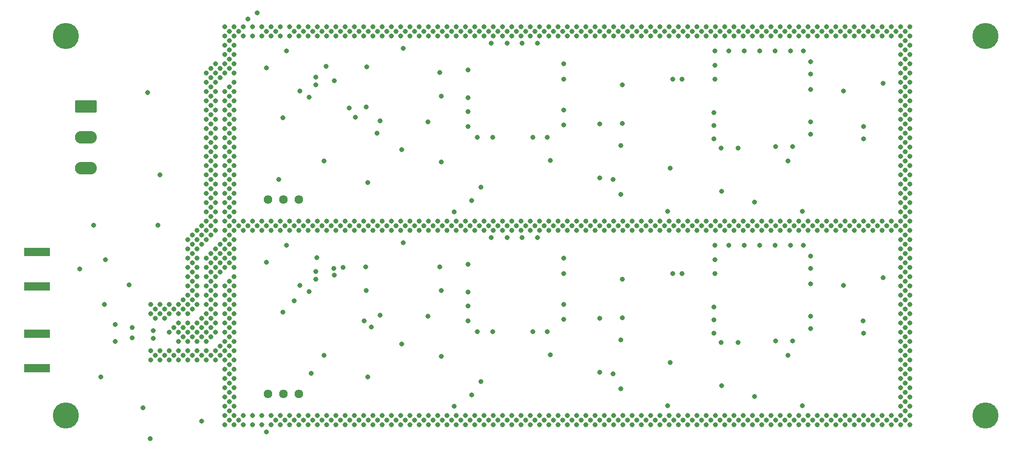
<source format=gbs>
%TF.GenerationSoftware,KiCad,Pcbnew,7.0.10-7.0.10~ubuntu22.04.1*%
%TF.CreationDate,2024-02-23T19:53:56-06:00*%
%TF.ProjectId,aom_driver,616f6d5f-6472-4697-9665-722e6b696361,v1*%
%TF.SameCoordinates,Original*%
%TF.FileFunction,Soldermask,Bot*%
%TF.FilePolarity,Negative*%
%FSLAX46Y46*%
G04 Gerber Fmt 4.6, Leading zero omitted, Abs format (unit mm)*
G04 Created by KiCad (PCBNEW 7.0.10-7.0.10~ubuntu22.04.1) date 2024-02-23 19:53:56*
%MOMM*%
%LPD*%
G01*
G04 APERTURE LIST*
G04 Aperture macros list*
%AMRoundRect*
0 Rectangle with rounded corners*
0 $1 Rounding radius*
0 $2 $3 $4 $5 $6 $7 $8 $9 X,Y pos of 4 corners*
0 Add a 4 corners polygon primitive as box body*
4,1,4,$2,$3,$4,$5,$6,$7,$8,$9,$2,$3,0*
0 Add four circle primitives for the rounded corners*
1,1,$1+$1,$2,$3*
1,1,$1+$1,$4,$5*
1,1,$1+$1,$6,$7*
1,1,$1+$1,$8,$9*
0 Add four rect primitives between the rounded corners*
20,1,$1+$1,$2,$3,$4,$5,0*
20,1,$1+$1,$4,$5,$6,$7,0*
20,1,$1+$1,$6,$7,$8,$9,0*
20,1,$1+$1,$8,$9,$2,$3,0*%
G04 Aperture macros list end*
%ADD10C,4.300000*%
%ADD11R,4.200000X1.350000*%
%ADD12C,1.440000*%
%ADD13RoundRect,0.249999X-1.550001X0.790001X-1.550001X-0.790001X1.550001X-0.790001X1.550001X0.790001X0*%
%ADD14O,3.600000X2.080000*%
%ADD15C,0.800000*%
G04 APERTURE END LIST*
D10*
%TO.C,H4*%
X227076500Y-130937500D03*
%TD*%
D11*
%TO.C,J2*%
X70939500Y-103982500D03*
X70939500Y-109632500D03*
%TD*%
D12*
%TO.C,RV1*%
X114045500Y-127380500D03*
X111505500Y-127380500D03*
X108965500Y-127380500D03*
%TD*%
D10*
%TO.C,H3*%
X227076500Y-68453500D03*
%TD*%
D11*
%TO.C,J1*%
X70939500Y-117444500D03*
X70939500Y-123094500D03*
%TD*%
D10*
%TO.C,H2*%
X75692500Y-130937500D03*
%TD*%
%TO.C,H1*%
X75692500Y-68453500D03*
%TD*%
D12*
%TO.C,RV2*%
X114046000Y-95377000D03*
X111506000Y-95377000D03*
X108966000Y-95377000D03*
%TD*%
D13*
%TO.C,J3*%
X78994500Y-80010500D03*
D14*
X78994500Y-85090500D03*
X78994500Y-90170500D03*
%TD*%
D15*
X196889500Y-97282000D03*
X107188500Y-64643500D03*
X174752000Y-97282500D03*
X174751500Y-129286000D03*
X142493500Y-127507500D03*
X142494000Y-95504000D03*
X125348500Y-124586500D03*
X125349000Y-92583000D03*
X196889000Y-129285500D03*
X207010000Y-83312000D03*
X206883000Y-115315500D03*
X80264500Y-99568000D03*
X98806500Y-91313500D03*
X171958000Y-130937000D03*
X98806500Y-77597500D03*
X195326000Y-86614000D03*
X201676000Y-131699000D03*
X101854500Y-101981500D03*
X213868500Y-131699500D03*
X157607500Y-73025500D03*
X141859500Y-83312500D03*
X172720500Y-99695500D03*
X100330500Y-95885500D03*
X214630500Y-71501500D03*
X120142000Y-132461000D03*
X140716500Y-67691500D03*
X213106500Y-118745500D03*
X100330500Y-82169500D03*
X107950500Y-100457500D03*
X141859000Y-115316000D03*
X157607500Y-80645500D03*
X101092500Y-105791500D03*
X120142500Y-68453500D03*
X184785000Y-102870000D03*
X147574000Y-130937000D03*
X141478500Y-68453500D03*
X108712500Y-99695500D03*
X177292000Y-131699000D03*
X91948500Y-121031500D03*
X162814000Y-130937000D03*
X162052500Y-99695500D03*
X102616500Y-93599500D03*
X187960500Y-67691500D03*
X139192500Y-67691500D03*
X207010500Y-68453500D03*
X155194000Y-130937000D03*
X191770500Y-100457500D03*
X135382500Y-66929500D03*
X139192500Y-99695500D03*
X103378500Y-89789500D03*
X101854500Y-82169500D03*
X99568500Y-98171500D03*
X152908000Y-131699000D03*
X184912500Y-99695500D03*
X107950500Y-68453500D03*
X133096500Y-99695500D03*
X197866000Y-130937000D03*
X112522500Y-66929500D03*
X149860500Y-99695500D03*
X191008000Y-131699000D03*
X213868500Y-127127500D03*
X101854500Y-88265500D03*
X145669000Y-101600000D03*
X126238500Y-98933500D03*
X138430500Y-66929500D03*
X141859000Y-112903000D03*
X139572500Y-129412500D03*
X101854500Y-114173500D03*
X182499000Y-102870000D03*
X156718500Y-100457500D03*
X98044500Y-101219500D03*
X214630500Y-68453500D03*
X213106500Y-86741500D03*
X214630500Y-114173500D03*
X181102500Y-66929500D03*
X99568500Y-108839500D03*
X102616500Y-105791500D03*
X197866500Y-66929500D03*
X97282500Y-101981500D03*
X106426000Y-132461000D03*
X182626000Y-132461000D03*
X102616500Y-116459500D03*
X100330500Y-111125500D03*
X109474000Y-130937000D03*
X126238500Y-68453500D03*
X194563000Y-121030000D03*
X92710500Y-121793500D03*
X214630500Y-132461500D03*
X95758500Y-114173500D03*
X115697000Y-110490000D03*
X129286000Y-132461000D03*
X213106500Y-66929500D03*
X170434500Y-66929500D03*
X212344500Y-131699500D03*
X168148500Y-99695500D03*
X123190500Y-98933500D03*
X101854500Y-100457500D03*
X213106500Y-80645500D03*
X144526500Y-100457500D03*
X179578500Y-100457500D03*
X177292500Y-67691500D03*
X182499500Y-75565500D03*
X103378500Y-92837500D03*
X98044500Y-114935500D03*
X168910000Y-130937000D03*
X97282500Y-121793500D03*
X213868500Y-96647500D03*
X106426500Y-100457500D03*
X97282500Y-117221500D03*
X118618500Y-66929500D03*
X194945500Y-70866500D03*
X187198000Y-132461000D03*
X91186500Y-121793500D03*
X121666500Y-66929500D03*
X98044500Y-116459500D03*
X101854500Y-103505500D03*
X205486000Y-132461000D03*
X111760000Y-131699000D03*
X203962000Y-130937000D03*
X183641500Y-125983500D03*
X101854500Y-89789500D03*
X184150000Y-130937000D03*
X161290500Y-100457500D03*
X115570000Y-132461000D03*
X100330500Y-97409500D03*
X213868500Y-108839500D03*
X198247500Y-77216500D03*
X209296500Y-67691500D03*
X210058500Y-98933500D03*
X214630500Y-85217500D03*
X154432000Y-131699000D03*
X101854500Y-105029500D03*
X152146000Y-132461000D03*
X109474500Y-100457500D03*
X153670500Y-66929500D03*
X99568500Y-96647500D03*
X103378500Y-121793500D03*
X98806500Y-88265500D03*
X149098500Y-98933500D03*
X136906500Y-68453500D03*
X203962500Y-98933500D03*
X89662500Y-114173500D03*
X179578500Y-66929500D03*
X124769500Y-115317500D03*
X114046500Y-98933500D03*
X178054500Y-68453500D03*
X198247000Y-106680000D03*
X96520500Y-104267500D03*
X110998000Y-132461000D03*
X155956000Y-131699000D03*
X164338500Y-68453500D03*
X120904500Y-99695500D03*
X210058500Y-100457500D03*
X213106500Y-68453500D03*
X130810500Y-98933500D03*
X158242500Y-66929500D03*
X196342000Y-132461000D03*
X104140500Y-67691500D03*
X189015500Y-127762000D03*
X149098500Y-66929500D03*
X183642000Y-93980000D03*
X103378500Y-100457500D03*
X128524000Y-131699000D03*
X143764500Y-67691500D03*
X176530500Y-68453500D03*
X161290000Y-132461000D03*
X102616500Y-87503500D03*
X106426500Y-66929500D03*
X174244500Y-67691500D03*
X213868500Y-102743500D03*
X137470000Y-121160000D03*
X214630500Y-115697500D03*
X207772000Y-131699000D03*
X213106500Y-77597500D03*
X131572500Y-67691500D03*
X89662500Y-120269500D03*
X152908500Y-67691500D03*
X168148000Y-131699000D03*
X99568500Y-79883500D03*
X127437500Y-82425500D03*
X118166000Y-89029000D03*
X191770500Y-98933500D03*
X92710500Y-114173500D03*
X181102000Y-130937000D03*
X210058500Y-68453500D03*
X141478500Y-100457500D03*
X115697500Y-78486500D03*
X213106500Y-127889500D03*
X97282500Y-120269500D03*
X99568500Y-89027500D03*
X101854500Y-80645500D03*
X102616500Y-131699500D03*
X185674500Y-98933500D03*
X187960500Y-99695500D03*
X126238000Y-132461000D03*
X168910500Y-98933500D03*
X214630500Y-77597500D03*
X186309000Y-118872000D03*
X98806500Y-89789500D03*
X123190500Y-100457500D03*
X155447500Y-120903500D03*
X118618500Y-98933500D03*
X197104500Y-70866500D03*
X186309500Y-86868500D03*
X136906000Y-132461000D03*
X213106500Y-123317500D03*
X161290500Y-66929500D03*
X178054500Y-66929500D03*
X167004500Y-126491500D03*
X127762500Y-98933500D03*
X127000500Y-99695500D03*
X145288500Y-99695500D03*
X117856000Y-131699000D03*
X214630500Y-86741500D03*
X108712500Y-67691500D03*
X99568500Y-110363500D03*
X103378500Y-83693500D03*
X100330500Y-92837500D03*
X95758500Y-109601500D03*
X205486500Y-68453500D03*
X95758500Y-118745500D03*
X137470000Y-110365000D03*
X213106500Y-98933500D03*
X159766500Y-66929500D03*
X90043500Y-118237500D03*
X164338500Y-66929500D03*
X95758500Y-120269500D03*
X175189500Y-90172500D03*
X175768500Y-67691500D03*
X144018000Y-93345000D03*
X124714000Y-132461000D03*
X147574500Y-100457500D03*
X182626500Y-68453500D03*
X117094500Y-98933500D03*
X102616500Y-111887500D03*
X213106500Y-69977500D03*
X171958000Y-132461000D03*
X133858500Y-100457500D03*
X207772500Y-67691500D03*
X103378500Y-97409500D03*
X213106500Y-100457500D03*
X175006500Y-100457500D03*
X192405500Y-70866500D03*
X214630500Y-95885500D03*
X99568500Y-116459500D03*
X102616500Y-92075500D03*
X210820000Y-131699000D03*
X195580500Y-99695500D03*
X213868500Y-92075500D03*
X139954500Y-100457500D03*
X213106500Y-115697500D03*
X101854500Y-77597500D03*
X137668000Y-131699000D03*
X92710500Y-120269500D03*
X175006000Y-132461000D03*
X208534500Y-100457500D03*
X165862500Y-98933500D03*
X131247500Y-70487500D03*
X127762500Y-100457500D03*
X104140500Y-131699500D03*
X100330500Y-89789500D03*
X134620500Y-99695500D03*
X104902500Y-66929500D03*
X86106000Y-109363000D03*
X103378500Y-115697500D03*
X114046500Y-66929500D03*
X187198500Y-68453500D03*
X155194500Y-68453500D03*
X101854500Y-112649500D03*
X184150000Y-132461000D03*
X103378500Y-101981500D03*
X159004500Y-67691500D03*
X162814500Y-98933500D03*
X197866500Y-68453500D03*
X122428500Y-67691500D03*
X110236000Y-131699000D03*
X113284000Y-131699000D03*
X123190000Y-132461000D03*
X100330500Y-100457500D03*
X213106500Y-79121500D03*
X167386500Y-68453500D03*
X166624500Y-99695500D03*
X99568500Y-121031500D03*
X191770000Y-132461000D03*
X160528500Y-99695500D03*
X94996000Y-111887000D03*
X197866000Y-132461000D03*
X124714500Y-66929500D03*
X88392000Y-129667000D03*
X98806500Y-105029500D03*
X159004500Y-99695500D03*
X213868500Y-111887500D03*
X196342500Y-68453500D03*
X213868500Y-93599500D03*
X213106500Y-114173500D03*
X103378500Y-105029500D03*
X206248500Y-99695500D03*
X139573000Y-97409000D03*
X98806500Y-83693500D03*
X213868500Y-95123500D03*
X117094500Y-100457500D03*
X91948500Y-114935500D03*
X139954500Y-66929500D03*
X107188500Y-99695500D03*
X144526500Y-98933500D03*
X81407500Y-124587500D03*
X170434500Y-100457500D03*
X182372000Y-117348000D03*
X155194500Y-98933500D03*
X207010000Y-117348000D03*
X95758500Y-108077500D03*
X183388500Y-99695500D03*
X186436500Y-99695500D03*
X101854500Y-118745500D03*
X190246000Y-130937000D03*
X101854500Y-97409500D03*
X109474500Y-66929500D03*
X182372500Y-85344500D03*
X116332500Y-67691500D03*
X103378500Y-118745500D03*
X207010000Y-132461000D03*
X202438500Y-98933500D03*
X100330500Y-117221500D03*
X147574500Y-98933500D03*
X111760500Y-99695500D03*
X213106500Y-121793500D03*
X184912500Y-67691500D03*
X103378500Y-88265500D03*
X149098500Y-68453500D03*
X102616500Y-130175500D03*
X90845000Y-99618000D03*
X99568500Y-95123500D03*
X120142500Y-98933500D03*
X126238500Y-100457500D03*
X129286500Y-68453500D03*
X104902500Y-68453500D03*
X115570500Y-100457500D03*
X101854500Y-109601500D03*
X193294500Y-100457500D03*
X146050500Y-98933500D03*
X175006500Y-66929500D03*
X100330500Y-86741500D03*
X140716000Y-131699000D03*
X212344500Y-99695500D03*
X112522000Y-130937000D03*
X142240500Y-99695500D03*
X117094500Y-68453500D03*
X111379000Y-81915000D03*
X187198500Y-66929500D03*
X213106500Y-108077500D03*
X155448000Y-88900000D03*
X103378500Y-123317500D03*
X105664500Y-99695500D03*
X200914500Y-98933500D03*
X93472500Y-113411500D03*
X143002500Y-98933500D03*
X193294500Y-68453500D03*
X205486500Y-98933500D03*
X184150500Y-66929500D03*
X166624500Y-67691500D03*
X101854500Y-106553500D03*
X98806500Y-97409500D03*
X90424500Y-121031500D03*
X207010000Y-85344000D03*
X117094500Y-66929500D03*
X173482500Y-98933500D03*
X98806500Y-85217500D03*
X165100500Y-99695500D03*
X98806500Y-101981500D03*
X213868500Y-114935500D03*
X156718000Y-130937000D03*
X123952500Y-67691500D03*
X103378500Y-117221500D03*
X161290500Y-68453500D03*
X186436500Y-67691500D03*
X214630500Y-109601500D03*
X98806500Y-115697500D03*
X214630500Y-127889500D03*
X211582500Y-68453500D03*
X198247000Y-104648000D03*
X138430500Y-100457500D03*
X192532500Y-67691500D03*
X214630500Y-91313500D03*
X117856500Y-67691500D03*
X203200000Y-131699000D03*
X98806500Y-118745500D03*
X114808500Y-99695500D03*
X96520500Y-113411500D03*
X99568500Y-73787500D03*
X101854500Y-85217500D03*
X182499500Y-73279500D03*
X115570500Y-68453500D03*
X141859500Y-74041500D03*
X141478500Y-66929500D03*
X164338500Y-100457500D03*
X205486500Y-100457500D03*
X210058500Y-66929500D03*
X123190500Y-66929500D03*
X192532500Y-99695500D03*
X185674500Y-100457500D03*
X118618500Y-68453500D03*
X175006500Y-98933500D03*
X159766500Y-98933500D03*
X99568500Y-87503500D03*
X110998000Y-130937000D03*
X180340000Y-131699000D03*
X155194000Y-132461000D03*
X99568500Y-90551500D03*
X125151000Y-110365000D03*
X101854500Y-126365500D03*
X213868500Y-110363500D03*
X213868500Y-81407500D03*
X110998500Y-100457500D03*
X157607000Y-107569000D03*
X141859000Y-106045000D03*
X128524500Y-67691500D03*
X148336500Y-69596500D03*
X100330500Y-103505500D03*
X102616500Y-102743500D03*
X94996500Y-113411500D03*
X213106500Y-129413500D03*
X99568500Y-114935500D03*
X118165500Y-121032500D03*
X96520500Y-107315500D03*
X168910500Y-68453500D03*
X155194500Y-66929500D03*
X99568500Y-101219500D03*
X187198500Y-100457500D03*
X169672500Y-67691500D03*
X137470500Y-89156500D03*
X213868500Y-113411500D03*
X131572500Y-99695500D03*
X156718500Y-98933500D03*
X202438500Y-68453500D03*
X133858500Y-68453500D03*
X181864500Y-99695500D03*
X141859000Y-110617000D03*
X213106500Y-109601500D03*
X98806500Y-114173500D03*
X95758500Y-105029500D03*
X103378500Y-86741500D03*
X132334500Y-68453500D03*
X153670500Y-68453500D03*
X148336500Y-67691500D03*
X195325500Y-118617500D03*
X129286000Y-130937000D03*
X101854500Y-129413500D03*
X167315500Y-76456500D03*
X199390500Y-66929500D03*
X101854500Y-132461500D03*
X213868500Y-116459500D03*
X207772500Y-99695500D03*
X120142000Y-130937000D03*
X106426000Y-130937000D03*
X122428000Y-131699000D03*
X139954000Y-132461000D03*
X154432500Y-99695500D03*
X204724500Y-99695500D03*
X213106500Y-106553500D03*
X139954500Y-68453500D03*
X142240000Y-131699000D03*
X126873000Y-84455000D03*
X141859500Y-80899500D03*
X124714000Y-130937000D03*
X172720500Y-67691500D03*
X184912000Y-131699000D03*
X191770500Y-66929500D03*
X116966500Y-104901500D03*
X101092000Y-107315000D03*
X94234500Y-118745500D03*
X127762000Y-130937000D03*
X99568500Y-84455500D03*
X214630500Y-101981500D03*
X190246000Y-132461000D03*
X103378500Y-112649500D03*
X146050500Y-66929500D03*
X167386000Y-130937000D03*
X119380000Y-131699000D03*
X101854500Y-92837500D03*
X161290500Y-98933500D03*
X212344500Y-67691500D03*
X162814500Y-66929500D03*
X214630500Y-121793500D03*
X213106500Y-126365500D03*
X197866500Y-100457500D03*
X102616500Y-78359500D03*
X145288500Y-67691500D03*
X116840000Y-107188000D03*
X110236500Y-67691500D03*
X102616500Y-82931500D03*
X214630500Y-76073500D03*
X136906500Y-98933500D03*
X182372000Y-113030000D03*
X214630500Y-106553500D03*
X214630500Y-105029500D03*
X103378500Y-132461500D03*
X121666500Y-98933500D03*
X107950500Y-66929500D03*
X183388000Y-131699000D03*
X176530000Y-132461000D03*
X112522500Y-98933500D03*
X143383500Y-85090500D03*
X167315500Y-82806500D03*
X175189000Y-122176000D03*
X102616500Y-76835500D03*
X96520500Y-108839500D03*
X98806500Y-106553500D03*
X164338500Y-98933500D03*
X102616500Y-99695500D03*
X200152500Y-99695500D03*
X200914500Y-100457500D03*
X103378500Y-106553500D03*
X165862000Y-130937000D03*
X170434500Y-68453500D03*
X103378500Y-69977500D03*
X103378500Y-71501500D03*
X103378500Y-73025500D03*
X175768500Y-99695500D03*
X210820500Y-99695500D03*
X157607000Y-115062000D03*
X174244500Y-99695500D03*
X154432500Y-67691500D03*
X123952000Y-131699000D03*
X100330500Y-98933500D03*
X179578000Y-132461000D03*
X202438000Y-130937000D03*
X95758500Y-115697500D03*
X200914500Y-68453500D03*
X183515000Y-118872000D03*
X97282500Y-106553500D03*
X157480500Y-99695500D03*
X148336500Y-99695500D03*
X190246500Y-98933500D03*
X170434000Y-132461000D03*
X102616500Y-124079500D03*
X99568500Y-111887500D03*
X95758500Y-106553500D03*
X193294000Y-130937000D03*
X213868500Y-67691500D03*
X213106500Y-124841500D03*
X140716500Y-99695500D03*
X102616500Y-121031500D03*
X213868500Y-125603500D03*
X91186500Y-114173500D03*
X213106500Y-132461500D03*
X130048500Y-99695500D03*
X203200500Y-67691500D03*
X173482500Y-68453500D03*
X124714500Y-68453500D03*
X136144500Y-67691500D03*
X131247000Y-102491000D03*
X194818000Y-130937000D03*
X214630500Y-129413500D03*
X213106500Y-71501500D03*
X208534500Y-66929500D03*
X165862500Y-66929500D03*
X98806500Y-98933500D03*
X149098500Y-100457500D03*
X209296500Y-99695500D03*
X125024000Y-106428000D03*
X183515500Y-86868500D03*
X95758500Y-112649500D03*
X213868500Y-84455500D03*
X138430000Y-130937000D03*
X189484500Y-67691500D03*
X98806500Y-92837500D03*
X131572000Y-131699000D03*
X135382500Y-68453500D03*
X210241000Y-108206000D03*
X177292500Y-99695500D03*
X120142500Y-100457500D03*
X207010500Y-100457500D03*
X157607500Y-75565500D03*
X182499500Y-70866500D03*
X213106500Y-74549500D03*
X100330500Y-76073500D03*
X213106500Y-95885500D03*
X214630500Y-124841500D03*
X147574500Y-66929500D03*
X181102500Y-98933500D03*
X91186500Y-112649500D03*
X189865000Y-102870000D03*
X103378500Y-120269500D03*
X213106500Y-105029500D03*
X196342000Y-130937000D03*
X165100000Y-131699000D03*
X139954500Y-98933500D03*
X213106500Y-92837500D03*
X101854500Y-120269500D03*
X143383000Y-117094000D03*
X109474000Y-132461000D03*
X177094500Y-75567500D03*
X199390500Y-100457500D03*
X99568500Y-113411500D03*
X130048000Y-131699000D03*
X101854500Y-111125500D03*
X101854500Y-69977500D03*
X188722000Y-132461000D03*
X170434000Y-130937000D03*
X107950500Y-98933500D03*
X95758500Y-103505500D03*
X101854500Y-95885500D03*
X171196500Y-67691500D03*
X106426500Y-98933500D03*
X133096500Y-67691500D03*
X135382000Y-130937000D03*
X199390000Y-132461000D03*
X214630500Y-69977500D03*
X199390000Y-130937000D03*
X182626000Y-130937000D03*
X133096000Y-131699000D03*
X187960000Y-131699000D03*
X201676500Y-67691500D03*
X106426500Y-68453500D03*
X150622500Y-98933500D03*
X163576500Y-99695500D03*
X171196500Y-99695500D03*
X175570000Y-107571000D03*
X137668500Y-67691500D03*
X100330500Y-105029500D03*
X156718000Y-132461000D03*
X102616500Y-84455500D03*
X152146500Y-98933500D03*
X185674500Y-66929500D03*
X98806500Y-95885500D03*
X103378500Y-85217500D03*
X101854500Y-130937500D03*
X201676500Y-99695500D03*
X102616500Y-122555500D03*
X102616500Y-95123500D03*
X114173500Y-77470500D03*
X103378500Y-66929500D03*
X167386500Y-66929500D03*
X99568500Y-82931500D03*
X199390500Y-68453500D03*
X102616500Y-101219500D03*
X103378500Y-77597500D03*
X173482000Y-132461000D03*
X136906000Y-130937000D03*
X122301000Y-80264000D03*
X99568500Y-92075500D03*
X165862500Y-100457500D03*
X114046500Y-100457500D03*
X194818500Y-68453500D03*
X165100500Y-67691500D03*
X103378500Y-109601500D03*
X136906500Y-66929500D03*
X98044500Y-117983500D03*
X125095000Y-80137000D03*
X205486000Y-130937000D03*
X188722500Y-98933500D03*
X213106500Y-88265500D03*
X196342500Y-100457500D03*
X180340500Y-99695500D03*
X100330500Y-121793500D03*
X213106500Y-103505500D03*
X207010000Y-130937000D03*
X98044500Y-121031500D03*
X178816500Y-99695500D03*
X171958500Y-68453500D03*
X142240500Y-67691500D03*
X173482000Y-130937000D03*
X116332000Y-131699000D03*
X99568500Y-117983500D03*
X129286500Y-66929500D03*
X143764000Y-131699000D03*
X214630500Y-120269500D03*
X103378500Y-68453500D03*
X179578500Y-98933500D03*
X192532000Y-131699000D03*
X181864000Y-131699000D03*
X185674500Y-68453500D03*
X94996500Y-121031500D03*
X213868500Y-130175500D03*
X151384500Y-67691500D03*
X213106500Y-91313500D03*
X120142500Y-66929500D03*
X96520500Y-116459500D03*
X189865500Y-70866500D03*
X155194500Y-100457500D03*
X213106500Y-85217500D03*
X213868500Y-90551500D03*
X169672000Y-131699000D03*
X94234500Y-120269500D03*
X157480000Y-131699000D03*
X121666000Y-132461000D03*
X200914000Y-132461000D03*
X207010500Y-66929500D03*
X135311500Y-82552500D03*
X167386500Y-100457500D03*
X213106500Y-82169500D03*
X178054000Y-132461000D03*
X99568500Y-99695500D03*
X202438500Y-66929500D03*
X153670000Y-132461000D03*
X179578000Y-130937000D03*
X138430500Y-98933500D03*
X163576000Y-114935000D03*
X121666500Y-100457500D03*
X136144000Y-131699000D03*
X143002000Y-132461000D03*
X214630500Y-108077500D03*
X162052000Y-131699000D03*
X163575500Y-123824500D03*
X149860000Y-131699000D03*
X110998500Y-66929500D03*
X101854500Y-127889500D03*
X188722500Y-68453500D03*
X133858500Y-66929500D03*
X214630500Y-117221500D03*
X102616500Y-125603500D03*
X95758500Y-117221500D03*
X208534500Y-98933500D03*
X210820500Y-67691500D03*
X214630500Y-103505500D03*
X150622500Y-68453500D03*
X104902500Y-130937500D03*
X100330500Y-73025500D03*
X184150500Y-68453500D03*
X146812500Y-99695500D03*
X99568500Y-78359500D03*
X167315000Y-108460000D03*
X145288000Y-131699000D03*
X213868500Y-98171500D03*
X96520500Y-111887500D03*
X103378500Y-79121500D03*
X156718500Y-66929500D03*
X153289000Y-101600000D03*
X213868500Y-73787500D03*
X177094000Y-107571000D03*
X116840500Y-75184500D03*
X90424500Y-114935500D03*
X97282500Y-105029500D03*
X98044500Y-99695500D03*
X203962500Y-68453500D03*
X214630500Y-112649500D03*
X168910000Y-132461000D03*
X127762500Y-68453500D03*
X102616500Y-67691500D03*
X207010500Y-98933500D03*
X191770500Y-68453500D03*
X103378500Y-108077500D03*
X97282500Y-111125500D03*
X101854500Y-79121500D03*
X203962500Y-66929500D03*
X133858000Y-132461000D03*
X147574000Y-132461000D03*
X102616500Y-73787500D03*
X193294500Y-98933500D03*
X185674000Y-132461000D03*
X175570500Y-75567500D03*
X150622500Y-100457500D03*
X114046500Y-68453500D03*
X157480500Y-67691500D03*
X195580000Y-131699000D03*
X113284500Y-67691500D03*
X127000500Y-67691500D03*
X97282500Y-103505500D03*
X112522500Y-100457500D03*
X101854500Y-86741500D03*
X137216000Y-106428000D03*
X101854500Y-66929500D03*
X204724000Y-131699000D03*
X148336000Y-131699000D03*
X99568500Y-105791500D03*
X213868500Y-104267500D03*
X178816500Y-67691500D03*
X182499000Y-107569000D03*
X107950000Y-132461000D03*
X152583500Y-85092500D03*
X101854500Y-91313500D03*
X132334500Y-98933500D03*
X102616500Y-108839500D03*
X109474500Y-68453500D03*
X183388500Y-67691500D03*
X175768000Y-131699000D03*
X214630500Y-74549500D03*
X192531500Y-118617500D03*
X101854500Y-83693500D03*
X112522500Y-68453500D03*
X213868500Y-69215500D03*
X162814500Y-68453500D03*
X102616500Y-128651500D03*
X159004000Y-131699000D03*
X198247500Y-82550000D03*
X126238000Y-130937000D03*
X197104000Y-102870000D03*
X125983500Y-116331500D03*
X102616500Y-113411500D03*
X166624000Y-131699000D03*
X213868500Y-101219500D03*
X92710500Y-117221500D03*
X99568500Y-93599500D03*
X208534000Y-130937000D03*
X204724500Y-67691500D03*
X182372000Y-115189000D03*
X179578500Y-68453500D03*
X130810500Y-66929500D03*
X213868500Y-107315500D03*
X211582500Y-98933500D03*
X213106500Y-83693500D03*
X98806500Y-109601500D03*
X181864500Y-67691500D03*
X122428500Y-99695500D03*
X167005000Y-94488000D03*
X95758500Y-121793500D03*
X86614500Y-116459500D03*
X180340500Y-67691500D03*
X96520500Y-105791500D03*
X134620500Y-67691500D03*
X101092500Y-119507500D03*
X208534000Y-132461000D03*
X98806500Y-121793500D03*
X103378500Y-91313500D03*
X111378500Y-113918500D03*
X98806500Y-111125500D03*
X129286500Y-98933500D03*
X98044000Y-131826000D03*
X141478000Y-132461000D03*
X119761000Y-106680000D03*
X144526000Y-132461000D03*
X145669500Y-69596500D03*
X184785500Y-70866500D03*
X146050500Y-100457500D03*
X96520500Y-102743500D03*
X191770000Y-130937000D03*
X130048500Y-67691500D03*
X136144500Y-99695500D03*
X213868500Y-85979500D03*
X132334500Y-100457500D03*
X213106500Y-97409500D03*
X213868500Y-70739500D03*
X162814000Y-132461000D03*
X100330500Y-120269500D03*
X130810500Y-68453500D03*
X203708000Y-77470000D03*
X149098000Y-132461000D03*
X194818500Y-100457500D03*
X144526500Y-66929500D03*
X144017500Y-125348500D03*
X153670500Y-100457500D03*
X146812500Y-67691500D03*
X95758500Y-101981500D03*
X184150500Y-100457500D03*
X103378500Y-114173500D03*
X101854500Y-68453500D03*
X196342500Y-66929500D03*
X152146500Y-100457500D03*
X100330500Y-83693500D03*
X104902500Y-132461500D03*
X165862500Y-68453500D03*
X214630500Y-82169500D03*
X213868500Y-76835500D03*
X116840000Y-108458000D03*
X187325000Y-102870000D03*
X103378500Y-127889500D03*
X165862000Y-132461000D03*
X91186000Y-91313000D03*
X101854500Y-124841500D03*
X153289500Y-69596500D03*
X123190500Y-68453500D03*
X103378500Y-74549500D03*
X203962000Y-132461000D03*
X213106500Y-117221500D03*
X143002000Y-130937000D03*
X118618000Y-132461000D03*
X121666500Y-68453500D03*
X133858500Y-98933500D03*
X194056500Y-99695500D03*
X214630500Y-88265500D03*
X159766000Y-132461000D03*
X125222000Y-73533000D03*
X188722500Y-100457500D03*
X101854500Y-71501500D03*
X98806500Y-112649500D03*
X161290000Y-130937000D03*
X114808500Y-67691500D03*
X164338000Y-130937000D03*
X198247000Y-114553500D03*
X213106500Y-89789500D03*
X175006500Y-68453500D03*
X96520500Y-110363500D03*
X213868500Y-119507500D03*
X102616500Y-72263500D03*
X162052500Y-67691500D03*
X89154000Y-77724000D03*
X213106500Y-120269500D03*
X181102500Y-100457500D03*
X164338000Y-132461000D03*
X102616500Y-90551500D03*
X139192000Y-131699000D03*
X213106500Y-112649500D03*
X198247500Y-74676500D03*
X145979500Y-85092500D03*
X200914500Y-66929500D03*
X213868500Y-105791500D03*
X195580500Y-67691500D03*
X141478000Y-130937000D03*
X137470500Y-78361500D03*
X197104500Y-67691500D03*
X130810500Y-100457500D03*
X210241500Y-76202500D03*
X96520500Y-117983500D03*
X163576000Y-91821000D03*
X211582500Y-100457500D03*
X128524500Y-99695500D03*
X170434500Y-98933500D03*
X99568500Y-81407500D03*
X127762500Y-66929500D03*
X152908500Y-99695500D03*
X103378500Y-111125500D03*
X144526500Y-68453500D03*
X102616500Y-117983500D03*
X144526000Y-130937000D03*
X139954000Y-130937000D03*
X196342500Y-98933500D03*
X102616500Y-85979500D03*
X199390500Y-98933500D03*
X90043500Y-116967500D03*
X146050000Y-132461000D03*
X214630500Y-100457500D03*
X115570500Y-98933500D03*
X98806500Y-94361500D03*
X213868500Y-89027500D03*
X214630500Y-94361500D03*
X143002500Y-68453500D03*
X98806500Y-76073500D03*
X110998500Y-98933500D03*
X102616500Y-96647500D03*
X211582000Y-130937000D03*
X194818500Y-66929500D03*
X126238500Y-66929500D03*
X86614500Y-118110500D03*
X102616500Y-69215500D03*
X149098000Y-130937000D03*
X187198000Y-130937000D03*
X213868500Y-82931500D03*
X189016000Y-95758500D03*
X213868500Y-87503500D03*
X154940000Y-117094000D03*
X102616500Y-104267500D03*
X119380500Y-67691500D03*
X96520500Y-101219500D03*
X214630500Y-118745500D03*
X213868500Y-117983500D03*
X129286500Y-100457500D03*
X100330500Y-91313500D03*
X103378500Y-124841500D03*
X130810000Y-130937000D03*
X103378500Y-130937500D03*
X110236500Y-99695500D03*
X102616500Y-81407500D03*
X175006000Y-130937000D03*
X132334000Y-130937000D03*
X213868500Y-75311500D03*
X198247500Y-72644500D03*
X92710500Y-112649500D03*
X94234500Y-121793500D03*
X138430000Y-132461000D03*
X188722000Y-130937000D03*
X176530000Y-130937000D03*
X152146500Y-66929500D03*
X171958500Y-98933500D03*
X214630500Y-98933500D03*
X152146500Y-68453500D03*
X192532000Y-86614000D03*
X91948500Y-113411500D03*
X178054500Y-98933500D03*
X214630500Y-89789500D03*
X103378500Y-129413500D03*
X97282500Y-109601500D03*
X127762000Y-132461000D03*
X214630500Y-66929500D03*
X101092500Y-73787500D03*
X213106500Y-76073500D03*
X197104500Y-99695500D03*
X119380500Y-99695500D03*
X162814500Y-100457500D03*
X135311000Y-114556000D03*
X98806500Y-82169500D03*
X112014000Y-70866000D03*
X109474500Y-98933500D03*
X178054000Y-130937000D03*
X194056000Y-131699000D03*
X193294000Y-132461000D03*
X182626500Y-100457500D03*
X101854500Y-123317500D03*
X184150500Y-98933500D03*
X151384000Y-131699000D03*
X102616500Y-127127500D03*
X160528500Y-67691500D03*
X104902500Y-98933500D03*
X90424500Y-113411500D03*
X118491000Y-73406000D03*
X203707500Y-109473500D03*
X193294500Y-66929500D03*
X91186500Y-120269500D03*
X176530500Y-100457500D03*
X103378500Y-80645500D03*
X100330500Y-114173500D03*
X191008500Y-99695500D03*
X138430500Y-68453500D03*
X114173000Y-109474000D03*
X209296000Y-131699000D03*
X100330500Y-112649500D03*
X97282500Y-100457500D03*
X98806500Y-74549500D03*
X214630500Y-97409500D03*
X103378500Y-98933500D03*
X156718500Y-68453500D03*
X167315000Y-114810000D03*
X101092500Y-104267500D03*
X134620000Y-131699000D03*
X101854500Y-117221500D03*
X214630500Y-92837500D03*
X206248000Y-131699000D03*
X159766500Y-68453500D03*
X182626500Y-66929500D03*
X198628500Y-67691500D03*
X211582000Y-132461000D03*
X103378500Y-76073500D03*
X114046000Y-132461000D03*
X146812000Y-131699000D03*
X121285000Y-106553000D03*
X145979000Y-117096000D03*
X200152500Y-67691500D03*
X94234500Y-115697500D03*
X152146000Y-130937000D03*
X116332500Y-99695500D03*
X121666000Y-130937000D03*
X102616500Y-110363500D03*
X132334000Y-132461000D03*
X102616500Y-98171500D03*
X100330500Y-74549500D03*
X124714500Y-100457500D03*
X98044500Y-102743500D03*
X213868500Y-128651500D03*
X125476500Y-99695500D03*
X198628500Y-99695500D03*
X100330500Y-80645500D03*
X101092500Y-75311500D03*
X97282500Y-108077500D03*
X168910500Y-66929500D03*
X98806500Y-86741500D03*
X172720000Y-131699000D03*
X213868500Y-78359500D03*
X213868500Y-122555500D03*
X190246500Y-100457500D03*
X176530500Y-66929500D03*
X99568500Y-104267500D03*
X117094000Y-132461000D03*
X152583000Y-117096000D03*
X118618500Y-100457500D03*
X123952500Y-99695500D03*
X214630500Y-130937500D03*
X101092500Y-121031500D03*
X176530500Y-98933500D03*
X94234500Y-117221500D03*
X182372500Y-83185500D03*
X189484000Y-131699000D03*
X154940500Y-85090500D03*
X120904500Y-67691500D03*
X214630500Y-83693500D03*
X191008500Y-67691500D03*
X171196000Y-131699000D03*
X89662500Y-112649500D03*
X205486500Y-66929500D03*
X163576000Y-131699000D03*
X94234500Y-114173500D03*
X98806500Y-108077500D03*
X178054500Y-100457500D03*
X158242000Y-132461000D03*
X149860500Y-67691500D03*
X124714500Y-98933500D03*
X99568500Y-75311500D03*
X167386500Y-98933500D03*
X160528000Y-131699000D03*
X97282500Y-115697500D03*
X203962500Y-100457500D03*
X137216500Y-74424500D03*
X158242000Y-130937000D03*
X99568500Y-107315500D03*
X112013500Y-102869500D03*
X102616500Y-70739500D03*
X158242500Y-100457500D03*
X200914000Y-130937000D03*
X210058000Y-130937000D03*
X103378500Y-103505500D03*
X127000000Y-131699000D03*
X103378500Y-82169500D03*
X202438500Y-100457500D03*
X100330500Y-79121500D03*
X194818500Y-98933500D03*
X192405000Y-102870000D03*
X103378500Y-95885500D03*
X190246500Y-66929500D03*
X173482500Y-100457500D03*
X101092500Y-102743500D03*
X182499000Y-105283000D03*
X198247500Y-84582500D03*
X102616500Y-79883500D03*
X151384500Y-99695500D03*
X174244000Y-131699000D03*
X213106500Y-111125500D03*
X167386000Y-132461000D03*
X123317000Y-81788000D03*
X187198500Y-98933500D03*
X100330500Y-109601500D03*
X150622500Y-66929500D03*
X103378500Y-94361500D03*
X158242500Y-68453500D03*
X98806500Y-120269500D03*
X163576500Y-82931500D03*
X188722500Y-66929500D03*
X213868500Y-99695500D03*
X133858000Y-130937000D03*
X213868500Y-72263500D03*
X115570500Y-66929500D03*
X101854500Y-74549500D03*
X194056500Y-67691500D03*
X100330500Y-88265500D03*
X148336000Y-101600000D03*
X113284500Y-99695500D03*
X214630500Y-123317500D03*
X104140500Y-99695500D03*
X94996500Y-116459500D03*
X125476500Y-67691500D03*
X141859500Y-78613500D03*
X101854500Y-94361500D03*
X118618000Y-130937000D03*
X143002500Y-100457500D03*
X93472500Y-116459500D03*
X98806500Y-79121500D03*
X137668500Y-99695500D03*
X102616500Y-114935500D03*
X150622000Y-132461000D03*
X213106500Y-130937500D03*
X214630500Y-80645500D03*
X93472500Y-121031500D03*
X100330500Y-77597500D03*
X187325500Y-70866500D03*
X95758500Y-111125500D03*
X141478500Y-98933500D03*
X116840500Y-76454500D03*
X157607000Y-112649000D03*
X159766500Y-100457500D03*
X213868500Y-124079500D03*
X214630500Y-79121500D03*
X146050500Y-68453500D03*
X98806500Y-100457500D03*
X194563500Y-89026500D03*
X147574500Y-68453500D03*
X181102000Y-132461000D03*
X171958500Y-100457500D03*
X182626500Y-98933500D03*
X214630500Y-73025500D03*
X102616500Y-119507500D03*
X104902500Y-100457500D03*
X186436000Y-131699000D03*
X178816000Y-131699000D03*
X198247000Y-109220000D03*
X103378500Y-126365500D03*
X112522000Y-132461000D03*
X197104000Y-131699000D03*
X127437000Y-114429000D03*
X153670000Y-130937000D03*
X97282500Y-118745500D03*
X123190000Y-130937000D03*
X146050000Y-130937000D03*
X208534500Y-68453500D03*
X132334500Y-66929500D03*
X97282500Y-112649500D03*
X114808000Y-131699000D03*
X182372500Y-81026500D03*
X110998500Y-68453500D03*
X125476000Y-131699000D03*
X213868500Y-121031500D03*
X100330500Y-94361500D03*
X203200500Y-99695500D03*
X100330500Y-115697500D03*
X114046000Y-130937000D03*
X169672500Y-99695500D03*
X117094000Y-130937000D03*
X159766000Y-130937000D03*
X143764500Y-99695500D03*
X171958500Y-66929500D03*
X198628000Y-131699000D03*
X157607500Y-83058500D03*
X185674000Y-130937000D03*
X99568500Y-85979500D03*
X173482500Y-66929500D03*
X190246500Y-68453500D03*
X98806500Y-80645500D03*
X181102500Y-68453500D03*
X213106500Y-73025500D03*
X100330500Y-85217500D03*
X101854500Y-98933500D03*
X135382500Y-98933500D03*
X100330500Y-108077500D03*
X136906500Y-100457500D03*
X163576500Y-67691500D03*
X200152000Y-131699000D03*
X189484500Y-99695500D03*
X115570000Y-130937000D03*
X211582500Y-66929500D03*
X198247000Y-116586000D03*
X101854500Y-73025500D03*
X101854500Y-115697500D03*
X213106500Y-94361500D03*
X213868500Y-79883500D03*
X158242500Y-98933500D03*
X155956500Y-99695500D03*
X194945000Y-102870000D03*
X143002500Y-66929500D03*
X168910500Y-100457500D03*
X155956500Y-67691500D03*
X89662500Y-121793500D03*
X117856500Y-99695500D03*
X214630500Y-126365500D03*
X100330500Y-106553500D03*
X130810000Y-132461000D03*
X107950000Y-130937000D03*
X213106500Y-101981500D03*
X150622000Y-130937000D03*
X99568500Y-76835500D03*
X153670500Y-98933500D03*
X101854500Y-121793500D03*
X194818000Y-132461000D03*
X210058000Y-132461000D03*
X135382500Y-100457500D03*
X98806500Y-117221500D03*
X120904000Y-131699000D03*
X168148500Y-67691500D03*
X197866500Y-98933500D03*
X214630500Y-111125500D03*
X157607000Y-105029000D03*
X94234500Y-112649500D03*
X202438000Y-132461000D03*
X102616500Y-89027500D03*
X135382000Y-132461000D03*
X96520500Y-121031500D03*
X206248500Y-67691500D03*
X105664500Y-65659500D03*
X110744000Y-92075000D03*
X89535000Y-134747000D03*
X116078000Y-123996400D03*
X83820500Y-115951500D03*
X83820500Y-118745500D03*
X108712000Y-133604000D03*
X77978500Y-106807500D03*
X113284000Y-112014000D03*
X82042500Y-112649500D03*
X119888000Y-107823000D03*
X82169000Y-105283500D03*
X119888500Y-75819500D03*
X94996500Y-117983500D03*
X130937000Y-87122000D03*
X108712000Y-73660000D03*
X130936500Y-119125500D03*
X108711500Y-105663500D03*
X167005000Y-86487000D03*
X150750500Y-69596500D03*
X150750000Y-101600000D03*
X167004500Y-118490500D03*
X165734500Y-124078500D03*
X165735000Y-92075000D03*
M02*

</source>
